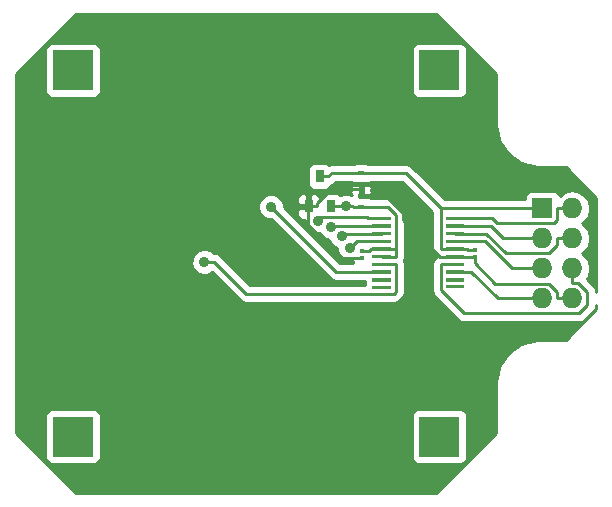
<source format=gtl>
%FSLAX34Y34*%
G04 Gerber Fmt 3.4, Leading zero omitted, Abs format*
G04 (created by PCBNEW (2014-03-19 BZR 4756)-product) date Sat 21 Jun 2014 18:27:49 BST*
%MOIN*%
G01*
G70*
G90*
G04 APERTURE LIST*
%ADD10C,0.005906*%
%ADD11R,0.023600X0.015700*%
%ADD12R,0.015700X0.011800*%
%ADD13R,0.068000X0.068000*%
%ADD14O,0.068000X0.068000*%
%ADD15R,0.027600X0.039400*%
%ADD16R,0.133900X0.133900*%
%ADD17C,0.035000*%
%ADD18C,0.010000*%
G04 APERTURE END LIST*
G54D10*
G54D11*
X65708Y-39448D03*
X65708Y-39802D03*
X65708Y-40570D03*
X65708Y-40216D03*
G54D12*
X65748Y-42027D03*
X65748Y-42263D03*
X69488Y-42243D03*
X69488Y-42007D03*
G54D13*
X71744Y-40625D03*
G54D14*
X72744Y-40625D03*
X71744Y-41625D03*
X72744Y-41625D03*
X71744Y-42625D03*
X72744Y-42625D03*
X71744Y-43625D03*
X72744Y-43625D03*
G54D15*
X64330Y-39559D03*
X64705Y-40559D03*
X63955Y-40559D03*
G54D10*
G36*
X68523Y-43287D02*
X68523Y-43169D01*
X69153Y-43169D01*
X69153Y-43287D01*
X68523Y-43287D01*
X68523Y-43287D01*
G37*
G36*
X68523Y-43061D02*
X68523Y-42942D01*
X69153Y-42942D01*
X69153Y-43061D01*
X68523Y-43061D01*
X68523Y-43061D01*
G37*
G36*
X68523Y-42805D02*
X68523Y-42687D01*
X69153Y-42687D01*
X69153Y-42805D01*
X68523Y-42805D01*
X68523Y-42805D01*
G37*
G36*
X68523Y-42549D02*
X68523Y-42431D01*
X69153Y-42431D01*
X69153Y-42549D01*
X68523Y-42549D01*
X68523Y-42549D01*
G37*
G36*
X68523Y-42293D02*
X68523Y-42175D01*
X69153Y-42175D01*
X69153Y-42293D01*
X68523Y-42293D01*
X68523Y-42293D01*
G37*
G36*
X68523Y-42037D02*
X68523Y-41919D01*
X69153Y-41919D01*
X69153Y-42037D01*
X68523Y-42037D01*
X68523Y-42037D01*
G37*
G36*
X66083Y-41013D02*
X66083Y-40895D01*
X66713Y-40895D01*
X66713Y-41013D01*
X66083Y-41013D01*
X66083Y-41013D01*
G37*
G36*
X66083Y-41269D02*
X66083Y-41151D01*
X66713Y-41151D01*
X66713Y-41269D01*
X66083Y-41269D01*
X66083Y-41269D01*
G37*
G36*
X66083Y-41525D02*
X66083Y-41407D01*
X66713Y-41407D01*
X66713Y-41525D01*
X66083Y-41525D01*
X66083Y-41525D01*
G37*
G36*
X66083Y-41781D02*
X66083Y-41663D01*
X66713Y-41663D01*
X66713Y-41781D01*
X66083Y-41781D01*
X66083Y-41781D01*
G37*
G36*
X68523Y-41781D02*
X68523Y-41663D01*
X69153Y-41663D01*
X69153Y-41781D01*
X68523Y-41781D01*
X68523Y-41781D01*
G37*
G36*
X68523Y-41525D02*
X68523Y-41407D01*
X69153Y-41407D01*
X69153Y-41525D01*
X68523Y-41525D01*
X68523Y-41525D01*
G37*
G36*
X68523Y-41269D02*
X68523Y-41151D01*
X69153Y-41151D01*
X69153Y-41269D01*
X68523Y-41269D01*
X68523Y-41269D01*
G37*
G36*
X68523Y-41013D02*
X68523Y-40895D01*
X69153Y-40895D01*
X69153Y-41013D01*
X68523Y-41013D01*
X68523Y-41013D01*
G37*
G36*
X66083Y-42037D02*
X66083Y-41919D01*
X66713Y-41919D01*
X66713Y-42037D01*
X66083Y-42037D01*
X66083Y-42037D01*
G37*
G36*
X66083Y-42293D02*
X66083Y-42175D01*
X66713Y-42175D01*
X66713Y-42293D01*
X66083Y-42293D01*
X66083Y-42293D01*
G37*
G36*
X66083Y-42549D02*
X66083Y-42431D01*
X66713Y-42431D01*
X66713Y-42549D01*
X66083Y-42549D01*
X66083Y-42549D01*
G37*
G36*
X66083Y-42805D02*
X66083Y-42687D01*
X66713Y-42687D01*
X66713Y-42805D01*
X66083Y-42805D01*
X66083Y-42805D01*
G37*
G36*
X66083Y-43061D02*
X66083Y-42942D01*
X66713Y-42942D01*
X66713Y-43061D01*
X66083Y-43061D01*
X66083Y-43061D01*
G37*
G36*
X66083Y-43316D02*
X66083Y-43198D01*
X66713Y-43198D01*
X66713Y-43316D01*
X66083Y-43316D01*
X66083Y-43316D01*
G37*
G54D16*
X56102Y-36023D03*
X68307Y-36023D03*
X68307Y-48228D03*
X56102Y-48228D03*
G54D17*
X65214Y-40559D03*
X64270Y-41032D03*
X64714Y-41244D03*
X65061Y-41560D03*
X65334Y-41951D03*
X60479Y-42402D03*
X62704Y-40568D03*
G54D18*
X64330Y-39559D02*
X64618Y-39559D01*
X65708Y-39448D02*
X64728Y-39448D01*
X64728Y-39448D02*
X64618Y-39559D01*
X68373Y-40625D02*
X67196Y-39448D01*
X67196Y-39448D02*
X65708Y-39448D01*
X71253Y-40625D02*
X68373Y-40625D01*
X68373Y-41978D02*
X68373Y-40625D01*
X68838Y-41978D02*
X68373Y-41978D01*
X69259Y-42007D02*
X69229Y-41978D01*
X69229Y-41978D02*
X68838Y-41978D01*
X71744Y-40625D02*
X71253Y-40625D01*
X69488Y-42007D02*
X69259Y-42007D01*
X68838Y-42234D02*
X68323Y-42234D01*
X68323Y-42234D02*
X67090Y-41001D01*
X67090Y-41001D02*
X67090Y-40762D01*
X67090Y-40762D02*
X66130Y-39802D01*
X66130Y-39802D02*
X65708Y-39802D01*
X65748Y-42263D02*
X65519Y-42263D01*
X63955Y-40559D02*
X63944Y-40569D01*
X63944Y-40569D02*
X63944Y-41173D01*
X63944Y-41173D02*
X65047Y-42276D01*
X65047Y-42276D02*
X65506Y-42276D01*
X65506Y-42276D02*
X65519Y-42263D01*
X65708Y-39802D02*
X65708Y-39988D01*
X63955Y-40559D02*
X64243Y-40559D01*
X64243Y-40559D02*
X64243Y-40451D01*
X64243Y-40451D02*
X64706Y-39988D01*
X64706Y-39988D02*
X65708Y-39988D01*
X65708Y-40216D02*
X65708Y-39988D01*
X69488Y-42243D02*
X69259Y-42243D01*
X68838Y-42234D02*
X69249Y-42234D01*
X69249Y-42234D02*
X69259Y-42243D01*
X72744Y-43625D02*
X72253Y-43625D01*
X69488Y-42243D02*
X69488Y-42453D01*
X69488Y-42453D02*
X70170Y-43135D01*
X70170Y-43135D02*
X71966Y-43135D01*
X71966Y-43135D02*
X72253Y-43422D01*
X72253Y-43422D02*
X72253Y-43625D01*
X65708Y-40570D02*
X65976Y-40570D01*
X66863Y-41978D02*
X66863Y-40833D01*
X66863Y-40833D02*
X66600Y-40570D01*
X66600Y-40570D02*
X65976Y-40570D01*
X66813Y-41978D02*
X66863Y-41978D01*
X66398Y-41978D02*
X66813Y-41978D01*
X66398Y-42234D02*
X66863Y-42234D01*
X66863Y-42234D02*
X66863Y-41978D01*
X65708Y-40570D02*
X65440Y-40570D01*
X65214Y-40559D02*
X65428Y-40559D01*
X65428Y-40559D02*
X65440Y-40570D01*
X64849Y-40559D02*
X65214Y-40559D01*
X64705Y-40559D02*
X64849Y-40559D01*
X65748Y-42027D02*
X65976Y-42027D01*
X66398Y-41978D02*
X66025Y-41978D01*
X66025Y-41978D02*
X65976Y-42027D01*
X72253Y-40625D02*
X72253Y-41008D01*
X72253Y-41008D02*
X72146Y-41116D01*
X72146Y-41116D02*
X70224Y-41116D01*
X70224Y-41116D02*
X70062Y-40954D01*
X70062Y-40954D02*
X68838Y-40954D01*
X72744Y-40625D02*
X72253Y-40625D01*
X71744Y-41625D02*
X70451Y-41625D01*
X70451Y-41625D02*
X70035Y-41210D01*
X70035Y-41210D02*
X68838Y-41210D01*
X72253Y-41625D02*
X72253Y-41829D01*
X72253Y-41829D02*
X71957Y-42125D01*
X71957Y-42125D02*
X70533Y-42125D01*
X70533Y-42125D02*
X69873Y-41466D01*
X69873Y-41466D02*
X68838Y-41466D01*
X72744Y-41625D02*
X72253Y-41625D01*
X71744Y-42625D02*
X70743Y-42625D01*
X70743Y-42625D02*
X69840Y-41722D01*
X69840Y-41722D02*
X68838Y-41722D01*
X72744Y-42625D02*
X72744Y-43116D01*
X68838Y-42490D02*
X68373Y-42490D01*
X68373Y-42490D02*
X68373Y-43349D01*
X68373Y-43349D02*
X69142Y-44119D01*
X69142Y-44119D02*
X72966Y-44119D01*
X72966Y-44119D02*
X73253Y-43832D01*
X73253Y-43832D02*
X73253Y-43422D01*
X73253Y-43422D02*
X72947Y-43116D01*
X72947Y-43116D02*
X72744Y-43116D01*
X68838Y-42746D02*
X69383Y-42746D01*
X69383Y-42746D02*
X70263Y-43625D01*
X70263Y-43625D02*
X71744Y-43625D01*
X66398Y-40954D02*
X65933Y-40954D01*
X65933Y-40954D02*
X65897Y-40919D01*
X65897Y-40919D02*
X64383Y-40919D01*
X64383Y-40919D02*
X64270Y-41032D01*
X66398Y-41210D02*
X64748Y-41210D01*
X64748Y-41210D02*
X64714Y-41244D01*
X66398Y-41466D02*
X65154Y-41466D01*
X65154Y-41466D02*
X65061Y-41560D01*
X66398Y-41722D02*
X65563Y-41722D01*
X65563Y-41722D02*
X65334Y-41951D01*
X66863Y-42490D02*
X66863Y-43403D01*
X66863Y-43403D02*
X66800Y-43467D01*
X66800Y-43467D02*
X61870Y-43467D01*
X61870Y-43467D02*
X60805Y-42402D01*
X60805Y-42402D02*
X60479Y-42402D01*
X66398Y-42490D02*
X66863Y-42490D01*
X66398Y-42746D02*
X64882Y-42746D01*
X64882Y-42746D02*
X62704Y-40568D01*
G54D10*
G36*
X72801Y-43675D02*
X72794Y-43675D01*
X72794Y-43683D01*
X72694Y-43683D01*
X72694Y-43675D01*
X72686Y-43675D01*
X72686Y-43575D01*
X72694Y-43575D01*
X72694Y-43568D01*
X72794Y-43568D01*
X72794Y-43575D01*
X72801Y-43575D01*
X72801Y-43675D01*
X72801Y-43675D01*
G37*
G54D18*
X72801Y-43675D02*
X72794Y-43675D01*
X72794Y-43683D01*
X72694Y-43683D01*
X72694Y-43675D01*
X72686Y-43675D01*
X72686Y-43575D01*
X72694Y-43575D01*
X72694Y-43568D01*
X72794Y-43568D01*
X72794Y-43575D01*
X72801Y-43575D01*
X72801Y-43675D01*
G54D10*
G36*
X73549Y-43982D02*
X72526Y-45005D01*
X71653Y-45005D01*
X71627Y-45011D01*
X71600Y-45011D01*
X71148Y-45100D01*
X71080Y-45129D01*
X71051Y-45141D01*
X70668Y-45397D01*
X70631Y-45434D01*
X70594Y-45471D01*
X70338Y-45854D01*
X70297Y-45952D01*
X70207Y-46404D01*
X70207Y-46430D01*
X70202Y-46456D01*
X70202Y-48116D01*
X69226Y-49092D01*
X69226Y-48947D01*
X69226Y-48848D01*
X69226Y-47509D01*
X69188Y-47417D01*
X69118Y-47346D01*
X69026Y-47308D01*
X68926Y-47308D01*
X67587Y-47308D01*
X67495Y-47346D01*
X67425Y-47417D01*
X67387Y-47509D01*
X67387Y-47608D01*
X67387Y-48947D01*
X67425Y-49039D01*
X67495Y-49109D01*
X67587Y-49147D01*
X67687Y-49147D01*
X69026Y-49147D01*
X69118Y-49109D01*
X69188Y-49039D01*
X69226Y-48947D01*
X69226Y-49092D01*
X68195Y-50124D01*
X67163Y-50124D01*
X67163Y-43403D01*
X67163Y-42490D01*
X67140Y-42375D01*
X67131Y-42362D01*
X67140Y-42349D01*
X67163Y-42234D01*
X67163Y-41978D01*
X67163Y-40833D01*
X67140Y-40718D01*
X67140Y-40718D01*
X67075Y-40621D01*
X66812Y-40358D01*
X66715Y-40293D01*
X66600Y-40270D01*
X66076Y-40270D01*
X66076Y-40114D01*
X66076Y-40088D01*
X66044Y-40009D01*
X66076Y-39931D01*
X66076Y-39904D01*
X66014Y-39842D01*
X65758Y-39842D01*
X65758Y-39950D01*
X65758Y-40068D01*
X65758Y-40177D01*
X66014Y-40177D01*
X66076Y-40114D01*
X66076Y-40270D01*
X66028Y-40270D01*
X66014Y-40255D01*
X65909Y-40255D01*
X65876Y-40242D01*
X65776Y-40242D01*
X65650Y-40242D01*
X65650Y-40177D01*
X65658Y-40177D01*
X65658Y-40068D01*
X65658Y-39950D01*
X65658Y-39842D01*
X65403Y-39842D01*
X65340Y-39904D01*
X65340Y-39931D01*
X65373Y-40009D01*
X65340Y-40088D01*
X65340Y-40114D01*
X65392Y-40166D01*
X65378Y-40166D01*
X65299Y-40134D01*
X65130Y-40133D01*
X65016Y-40181D01*
X64985Y-40150D01*
X64893Y-40112D01*
X64793Y-40112D01*
X64517Y-40112D01*
X64426Y-40150D01*
X64355Y-40220D01*
X64330Y-40280D01*
X64305Y-40220D01*
X64235Y-40150D01*
X64143Y-40112D01*
X64068Y-40112D01*
X64005Y-40174D01*
X64005Y-40509D01*
X64013Y-40509D01*
X64013Y-40609D01*
X64005Y-40609D01*
X64005Y-40616D01*
X63905Y-40616D01*
X63905Y-40609D01*
X63905Y-40509D01*
X63905Y-40174D01*
X63843Y-40112D01*
X63767Y-40112D01*
X63676Y-40150D01*
X63605Y-40220D01*
X63567Y-40312D01*
X63567Y-40411D01*
X63567Y-40446D01*
X63630Y-40509D01*
X63905Y-40509D01*
X63905Y-40609D01*
X63630Y-40609D01*
X63567Y-40671D01*
X63567Y-40706D01*
X63567Y-40805D01*
X63605Y-40897D01*
X63676Y-40967D01*
X63767Y-41006D01*
X63843Y-41006D01*
X63845Y-41004D01*
X63844Y-41117D01*
X63909Y-41273D01*
X64028Y-41393D01*
X64185Y-41457D01*
X64342Y-41458D01*
X64353Y-41484D01*
X64473Y-41604D01*
X64629Y-41669D01*
X64646Y-41669D01*
X64700Y-41800D01*
X64820Y-41920D01*
X64909Y-41957D01*
X64909Y-42035D01*
X64973Y-42191D01*
X65093Y-42311D01*
X65249Y-42376D01*
X65418Y-42376D01*
X65420Y-42375D01*
X65450Y-42446D01*
X65006Y-42446D01*
X63129Y-40568D01*
X63129Y-40483D01*
X63064Y-40327D01*
X62945Y-40208D01*
X62789Y-40143D01*
X62619Y-40143D01*
X62463Y-40207D01*
X62344Y-40327D01*
X62279Y-40483D01*
X62279Y-40652D01*
X62343Y-40808D01*
X62463Y-40928D01*
X62619Y-40993D01*
X62704Y-40993D01*
X64669Y-42958D01*
X64669Y-42958D01*
X64767Y-43023D01*
X64882Y-43046D01*
X65833Y-43046D01*
X65833Y-43110D01*
X65841Y-43129D01*
X65833Y-43149D01*
X65833Y-43167D01*
X61994Y-43167D01*
X61018Y-42190D01*
X60920Y-42125D01*
X60805Y-42102D01*
X60780Y-42102D01*
X60720Y-42042D01*
X60563Y-41977D01*
X60394Y-41977D01*
X60238Y-42042D01*
X60118Y-42161D01*
X60054Y-42317D01*
X60053Y-42486D01*
X60118Y-42643D01*
X60237Y-42762D01*
X60394Y-42827D01*
X60563Y-42827D01*
X60719Y-42763D01*
X60730Y-42751D01*
X61658Y-43679D01*
X61716Y-43718D01*
X61755Y-43744D01*
X61755Y-43744D01*
X61870Y-43767D01*
X66800Y-43767D01*
X66800Y-43767D01*
X66914Y-43744D01*
X66914Y-43744D01*
X67012Y-43679D01*
X67075Y-43616D01*
X67075Y-43616D01*
X67140Y-43518D01*
X67163Y-43403D01*
X67163Y-43403D01*
X67163Y-50124D01*
X57021Y-50124D01*
X57021Y-48947D01*
X57021Y-48848D01*
X57021Y-47509D01*
X57021Y-36742D01*
X57021Y-36643D01*
X57021Y-35304D01*
X56983Y-35212D01*
X56913Y-35142D01*
X56821Y-35104D01*
X56722Y-35104D01*
X55383Y-35104D01*
X55291Y-35142D01*
X55220Y-35212D01*
X55182Y-35304D01*
X55182Y-35403D01*
X55182Y-36742D01*
X55220Y-36834D01*
X55291Y-36905D01*
X55383Y-36943D01*
X55482Y-36943D01*
X56821Y-36943D01*
X56913Y-36905D01*
X56983Y-36834D01*
X57021Y-36742D01*
X57021Y-47509D01*
X56983Y-47417D01*
X56913Y-47346D01*
X56821Y-47308D01*
X56722Y-47308D01*
X55383Y-47308D01*
X55291Y-47346D01*
X55220Y-47417D01*
X55182Y-47509D01*
X55182Y-47608D01*
X55182Y-48947D01*
X55220Y-49039D01*
X55291Y-49109D01*
X55383Y-49147D01*
X55482Y-49147D01*
X56821Y-49147D01*
X56913Y-49109D01*
X56983Y-49039D01*
X57021Y-48947D01*
X57021Y-50124D01*
X56214Y-50124D01*
X54206Y-48116D01*
X54206Y-36135D01*
X56214Y-34127D01*
X68195Y-34127D01*
X70202Y-36135D01*
X70202Y-37795D01*
X70207Y-37821D01*
X70207Y-37847D01*
X70297Y-38299D01*
X70338Y-38397D01*
X70594Y-38780D01*
X70631Y-38817D01*
X70668Y-38854D01*
X70668Y-38854D01*
X71051Y-39110D01*
X71051Y-39110D01*
X71080Y-39122D01*
X71148Y-39150D01*
X71600Y-39240D01*
X71627Y-39240D01*
X71653Y-39246D01*
X72526Y-39246D01*
X73549Y-40269D01*
X73549Y-43399D01*
X73531Y-43308D01*
X73466Y-43210D01*
X73466Y-43210D01*
X73220Y-42965D01*
X73289Y-42863D01*
X73334Y-42637D01*
X73334Y-42614D01*
X73289Y-42388D01*
X73161Y-42197D01*
X73054Y-42125D01*
X73161Y-42054D01*
X73289Y-41863D01*
X73334Y-41637D01*
X73334Y-41614D01*
X73289Y-41388D01*
X73161Y-41197D01*
X73054Y-41125D01*
X73161Y-41054D01*
X73289Y-40863D01*
X73334Y-40637D01*
X73334Y-40614D01*
X73289Y-40388D01*
X73161Y-40197D01*
X72969Y-40069D01*
X72744Y-40024D01*
X72518Y-40069D01*
X72326Y-40197D01*
X72321Y-40205D01*
X72296Y-40144D01*
X72225Y-40074D01*
X72133Y-40035D01*
X72034Y-40035D01*
X71354Y-40035D01*
X71262Y-40074D01*
X71192Y-40144D01*
X71154Y-40236D01*
X71154Y-40325D01*
X69226Y-40325D01*
X69226Y-36742D01*
X69226Y-36643D01*
X69226Y-35304D01*
X69188Y-35212D01*
X69118Y-35142D01*
X69026Y-35104D01*
X68926Y-35104D01*
X67587Y-35104D01*
X67495Y-35142D01*
X67425Y-35212D01*
X67387Y-35304D01*
X67387Y-35403D01*
X67387Y-36742D01*
X67425Y-36834D01*
X67495Y-36905D01*
X67587Y-36943D01*
X67687Y-36943D01*
X69026Y-36943D01*
X69118Y-36905D01*
X69188Y-36834D01*
X69226Y-36742D01*
X69226Y-40325D01*
X68497Y-40325D01*
X67408Y-39236D01*
X67310Y-39171D01*
X67196Y-39148D01*
X65945Y-39148D01*
X65876Y-39120D01*
X65776Y-39120D01*
X65540Y-39120D01*
X65472Y-39148D01*
X64728Y-39148D01*
X64629Y-39168D01*
X64610Y-39150D01*
X64518Y-39112D01*
X64418Y-39112D01*
X64142Y-39112D01*
X64051Y-39150D01*
X63980Y-39220D01*
X63942Y-39312D01*
X63942Y-39411D01*
X63942Y-39805D01*
X63980Y-39897D01*
X64051Y-39967D01*
X64142Y-40006D01*
X64242Y-40006D01*
X64518Y-40006D01*
X64610Y-39967D01*
X64680Y-39897D01*
X64703Y-39842D01*
X64703Y-39842D01*
X64733Y-39836D01*
X64733Y-39836D01*
X64830Y-39771D01*
X64853Y-39748D01*
X65388Y-39748D01*
X65403Y-39763D01*
X65507Y-39763D01*
X65540Y-39777D01*
X65640Y-39777D01*
X65876Y-39777D01*
X65909Y-39763D01*
X66014Y-39763D01*
X66028Y-39748D01*
X67071Y-39748D01*
X68073Y-40750D01*
X68073Y-41978D01*
X68095Y-42093D01*
X68160Y-42190D01*
X68226Y-42234D01*
X68160Y-42278D01*
X68095Y-42375D01*
X68073Y-42490D01*
X68073Y-43349D01*
X68095Y-43464D01*
X68160Y-43562D01*
X68930Y-44331D01*
X69027Y-44396D01*
X69027Y-44396D01*
X69142Y-44419D01*
X72966Y-44419D01*
X72966Y-44419D01*
X73081Y-44396D01*
X73081Y-44396D01*
X73178Y-44331D01*
X73466Y-44044D01*
X73466Y-44044D01*
X73531Y-43947D01*
X73549Y-43855D01*
X73549Y-43982D01*
X73549Y-43982D01*
G37*
G54D18*
X73549Y-43982D02*
X72526Y-45005D01*
X71653Y-45005D01*
X71627Y-45011D01*
X71600Y-45011D01*
X71148Y-45100D01*
X71080Y-45129D01*
X71051Y-45141D01*
X70668Y-45397D01*
X70631Y-45434D01*
X70594Y-45471D01*
X70338Y-45854D01*
X70297Y-45952D01*
X70207Y-46404D01*
X70207Y-46430D01*
X70202Y-46456D01*
X70202Y-48116D01*
X69226Y-49092D01*
X69226Y-48947D01*
X69226Y-48848D01*
X69226Y-47509D01*
X69188Y-47417D01*
X69118Y-47346D01*
X69026Y-47308D01*
X68926Y-47308D01*
X67587Y-47308D01*
X67495Y-47346D01*
X67425Y-47417D01*
X67387Y-47509D01*
X67387Y-47608D01*
X67387Y-48947D01*
X67425Y-49039D01*
X67495Y-49109D01*
X67587Y-49147D01*
X67687Y-49147D01*
X69026Y-49147D01*
X69118Y-49109D01*
X69188Y-49039D01*
X69226Y-48947D01*
X69226Y-49092D01*
X68195Y-50124D01*
X67163Y-50124D01*
X67163Y-43403D01*
X67163Y-42490D01*
X67140Y-42375D01*
X67131Y-42362D01*
X67140Y-42349D01*
X67163Y-42234D01*
X67163Y-41978D01*
X67163Y-40833D01*
X67140Y-40718D01*
X67140Y-40718D01*
X67075Y-40621D01*
X66812Y-40358D01*
X66715Y-40293D01*
X66600Y-40270D01*
X66076Y-40270D01*
X66076Y-40114D01*
X66076Y-40088D01*
X66044Y-40009D01*
X66076Y-39931D01*
X66076Y-39904D01*
X66014Y-39842D01*
X65758Y-39842D01*
X65758Y-39950D01*
X65758Y-40068D01*
X65758Y-40177D01*
X66014Y-40177D01*
X66076Y-40114D01*
X66076Y-40270D01*
X66028Y-40270D01*
X66014Y-40255D01*
X65909Y-40255D01*
X65876Y-40242D01*
X65776Y-40242D01*
X65650Y-40242D01*
X65650Y-40177D01*
X65658Y-40177D01*
X65658Y-40068D01*
X65658Y-39950D01*
X65658Y-39842D01*
X65403Y-39842D01*
X65340Y-39904D01*
X65340Y-39931D01*
X65373Y-40009D01*
X65340Y-40088D01*
X65340Y-40114D01*
X65392Y-40166D01*
X65378Y-40166D01*
X65299Y-40134D01*
X65130Y-40133D01*
X65016Y-40181D01*
X64985Y-40150D01*
X64893Y-40112D01*
X64793Y-40112D01*
X64517Y-40112D01*
X64426Y-40150D01*
X64355Y-40220D01*
X64330Y-40280D01*
X64305Y-40220D01*
X64235Y-40150D01*
X64143Y-40112D01*
X64068Y-40112D01*
X64005Y-40174D01*
X64005Y-40509D01*
X64013Y-40509D01*
X64013Y-40609D01*
X64005Y-40609D01*
X64005Y-40616D01*
X63905Y-40616D01*
X63905Y-40609D01*
X63905Y-40509D01*
X63905Y-40174D01*
X63843Y-40112D01*
X63767Y-40112D01*
X63676Y-40150D01*
X63605Y-40220D01*
X63567Y-40312D01*
X63567Y-40411D01*
X63567Y-40446D01*
X63630Y-40509D01*
X63905Y-40509D01*
X63905Y-40609D01*
X63630Y-40609D01*
X63567Y-40671D01*
X63567Y-40706D01*
X63567Y-40805D01*
X63605Y-40897D01*
X63676Y-40967D01*
X63767Y-41006D01*
X63843Y-41006D01*
X63845Y-41004D01*
X63844Y-41117D01*
X63909Y-41273D01*
X64028Y-41393D01*
X64185Y-41457D01*
X64342Y-41458D01*
X64353Y-41484D01*
X64473Y-41604D01*
X64629Y-41669D01*
X64646Y-41669D01*
X64700Y-41800D01*
X64820Y-41920D01*
X64909Y-41957D01*
X64909Y-42035D01*
X64973Y-42191D01*
X65093Y-42311D01*
X65249Y-42376D01*
X65418Y-42376D01*
X65420Y-42375D01*
X65450Y-42446D01*
X65006Y-42446D01*
X63129Y-40568D01*
X63129Y-40483D01*
X63064Y-40327D01*
X62945Y-40208D01*
X62789Y-40143D01*
X62619Y-40143D01*
X62463Y-40207D01*
X62344Y-40327D01*
X62279Y-40483D01*
X62279Y-40652D01*
X62343Y-40808D01*
X62463Y-40928D01*
X62619Y-40993D01*
X62704Y-40993D01*
X64669Y-42958D01*
X64669Y-42958D01*
X64767Y-43023D01*
X64882Y-43046D01*
X65833Y-43046D01*
X65833Y-43110D01*
X65841Y-43129D01*
X65833Y-43149D01*
X65833Y-43167D01*
X61994Y-43167D01*
X61018Y-42190D01*
X60920Y-42125D01*
X60805Y-42102D01*
X60780Y-42102D01*
X60720Y-42042D01*
X60563Y-41977D01*
X60394Y-41977D01*
X60238Y-42042D01*
X60118Y-42161D01*
X60054Y-42317D01*
X60053Y-42486D01*
X60118Y-42643D01*
X60237Y-42762D01*
X60394Y-42827D01*
X60563Y-42827D01*
X60719Y-42763D01*
X60730Y-42751D01*
X61658Y-43679D01*
X61716Y-43718D01*
X61755Y-43744D01*
X61755Y-43744D01*
X61870Y-43767D01*
X66800Y-43767D01*
X66800Y-43767D01*
X66914Y-43744D01*
X66914Y-43744D01*
X67012Y-43679D01*
X67075Y-43616D01*
X67075Y-43616D01*
X67140Y-43518D01*
X67163Y-43403D01*
X67163Y-43403D01*
X67163Y-50124D01*
X57021Y-50124D01*
X57021Y-48947D01*
X57021Y-48848D01*
X57021Y-47509D01*
X57021Y-36742D01*
X57021Y-36643D01*
X57021Y-35304D01*
X56983Y-35212D01*
X56913Y-35142D01*
X56821Y-35104D01*
X56722Y-35104D01*
X55383Y-35104D01*
X55291Y-35142D01*
X55220Y-35212D01*
X55182Y-35304D01*
X55182Y-35403D01*
X55182Y-36742D01*
X55220Y-36834D01*
X55291Y-36905D01*
X55383Y-36943D01*
X55482Y-36943D01*
X56821Y-36943D01*
X56913Y-36905D01*
X56983Y-36834D01*
X57021Y-36742D01*
X57021Y-47509D01*
X56983Y-47417D01*
X56913Y-47346D01*
X56821Y-47308D01*
X56722Y-47308D01*
X55383Y-47308D01*
X55291Y-47346D01*
X55220Y-47417D01*
X55182Y-47509D01*
X55182Y-47608D01*
X55182Y-48947D01*
X55220Y-49039D01*
X55291Y-49109D01*
X55383Y-49147D01*
X55482Y-49147D01*
X56821Y-49147D01*
X56913Y-49109D01*
X56983Y-49039D01*
X57021Y-48947D01*
X57021Y-50124D01*
X56214Y-50124D01*
X54206Y-48116D01*
X54206Y-36135D01*
X56214Y-34127D01*
X68195Y-34127D01*
X70202Y-36135D01*
X70202Y-37795D01*
X70207Y-37821D01*
X70207Y-37847D01*
X70297Y-38299D01*
X70338Y-38397D01*
X70594Y-38780D01*
X70631Y-38817D01*
X70668Y-38854D01*
X70668Y-38854D01*
X71051Y-39110D01*
X71051Y-39110D01*
X71080Y-39122D01*
X71148Y-39150D01*
X71600Y-39240D01*
X71627Y-39240D01*
X71653Y-39246D01*
X72526Y-39246D01*
X73549Y-40269D01*
X73549Y-43399D01*
X73531Y-43308D01*
X73466Y-43210D01*
X73466Y-43210D01*
X73220Y-42965D01*
X73289Y-42863D01*
X73334Y-42637D01*
X73334Y-42614D01*
X73289Y-42388D01*
X73161Y-42197D01*
X73054Y-42125D01*
X73161Y-42054D01*
X73289Y-41863D01*
X73334Y-41637D01*
X73334Y-41614D01*
X73289Y-41388D01*
X73161Y-41197D01*
X73054Y-41125D01*
X73161Y-41054D01*
X73289Y-40863D01*
X73334Y-40637D01*
X73334Y-40614D01*
X73289Y-40388D01*
X73161Y-40197D01*
X72969Y-40069D01*
X72744Y-40024D01*
X72518Y-40069D01*
X72326Y-40197D01*
X72321Y-40205D01*
X72296Y-40144D01*
X72225Y-40074D01*
X72133Y-40035D01*
X72034Y-40035D01*
X71354Y-40035D01*
X71262Y-40074D01*
X71192Y-40144D01*
X71154Y-40236D01*
X71154Y-40325D01*
X69226Y-40325D01*
X69226Y-36742D01*
X69226Y-36643D01*
X69226Y-35304D01*
X69188Y-35212D01*
X69118Y-35142D01*
X69026Y-35104D01*
X68926Y-35104D01*
X67587Y-35104D01*
X67495Y-35142D01*
X67425Y-35212D01*
X67387Y-35304D01*
X67387Y-35403D01*
X67387Y-36742D01*
X67425Y-36834D01*
X67495Y-36905D01*
X67587Y-36943D01*
X67687Y-36943D01*
X69026Y-36943D01*
X69118Y-36905D01*
X69188Y-36834D01*
X69226Y-36742D01*
X69226Y-40325D01*
X68497Y-40325D01*
X67408Y-39236D01*
X67310Y-39171D01*
X67196Y-39148D01*
X65945Y-39148D01*
X65876Y-39120D01*
X65776Y-39120D01*
X65540Y-39120D01*
X65472Y-39148D01*
X64728Y-39148D01*
X64629Y-39168D01*
X64610Y-39150D01*
X64518Y-39112D01*
X64418Y-39112D01*
X64142Y-39112D01*
X64051Y-39150D01*
X63980Y-39220D01*
X63942Y-39312D01*
X63942Y-39411D01*
X63942Y-39805D01*
X63980Y-39897D01*
X64051Y-39967D01*
X64142Y-40006D01*
X64242Y-40006D01*
X64518Y-40006D01*
X64610Y-39967D01*
X64680Y-39897D01*
X64703Y-39842D01*
X64703Y-39842D01*
X64733Y-39836D01*
X64733Y-39836D01*
X64830Y-39771D01*
X64853Y-39748D01*
X65388Y-39748D01*
X65403Y-39763D01*
X65507Y-39763D01*
X65540Y-39777D01*
X65640Y-39777D01*
X65876Y-39777D01*
X65909Y-39763D01*
X66014Y-39763D01*
X66028Y-39748D01*
X67071Y-39748D01*
X68073Y-40750D01*
X68073Y-41978D01*
X68095Y-42093D01*
X68160Y-42190D01*
X68226Y-42234D01*
X68160Y-42278D01*
X68095Y-42375D01*
X68073Y-42490D01*
X68073Y-43349D01*
X68095Y-43464D01*
X68160Y-43562D01*
X68930Y-44331D01*
X69027Y-44396D01*
X69027Y-44396D01*
X69142Y-44419D01*
X72966Y-44419D01*
X72966Y-44419D01*
X73081Y-44396D01*
X73081Y-44396D01*
X73178Y-44331D01*
X73466Y-44044D01*
X73466Y-44044D01*
X73531Y-43947D01*
X73549Y-43855D01*
X73549Y-43982D01*
M02*

</source>
